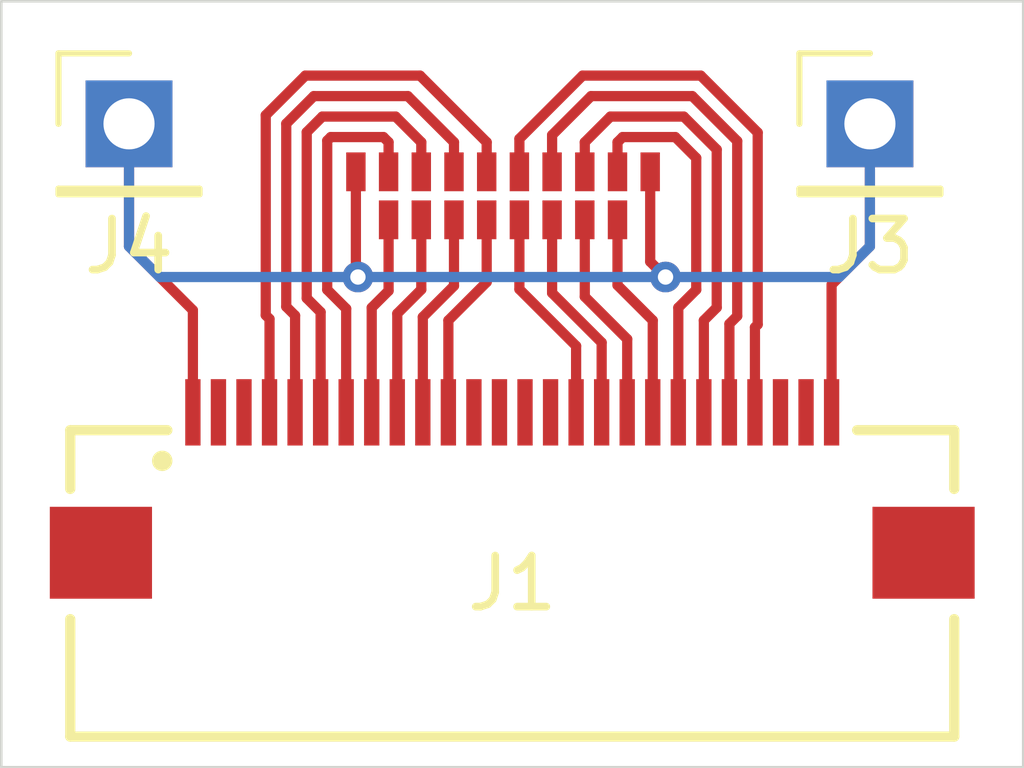
<source format=kicad_pcb>
(kicad_pcb (version 20241229) (generator "pcbnew") (generator_version "9.0")
  (layers (0 "F.Cu" signal) (2 "B.Cu" signal) (13 "F.Paste" user) (15 "B.Paste" user) (5 "F.SilkS" user "F.Silkscreen") (7 "B.SilkS" user "B.Silkscreen") (1 "F.Mask" user) (3 "B.Mask" user) (25 "Edge.Cuts" user))
  (net 0 "")
  (net 1 "Net-(J1-Pad16)")
  (net 2 "Net-(J1-Pad7)")
  (net 3 "Net-(J1-Pad10)")
  (net 4 "Net-(J1-Pad5)")
  (net 5 "Net-(J1-Pad22)")
  (net 6 "Net-(J1-Pad11)")
  (net 7 "Net-(J1-Pad21)")
  (net 8 "Net-(J1-Pad6)")
  (net 9 "Net-(J1-Pad17)")
  (net 10 "Net-(J1-Pad9)")
  (net 11 "Net-(J1-Pad18)")
  (net 12 "Net-(J1-Pad20)")
  (net 13 "GND")
  (net 14 "Net-(J1-Pad8)")
  (net 15 "Net-(J1-Pad4)")
  (net 16 "Net-(J1-Pad19)")
  (net 17 "Net-(J1-Pad23)")
  (footprint "Connector_PinHeader_2.54mm:PinHeader_1x01_P2.54mm_Vertical" (layer "F.Cu") (at 127.5 78.6)
    (property "Reference" "J4" (at 0 2.4 0) (layer "F.SilkS"))
    (property "Value" "Conn_01x01_Pin" (hide yes))
    (fp_line (start -1.38 -1.38) (end 0 -1.38) (stroke (width 0.12)) (layer "F.SilkS"))
    (fp_line (start -1.38 0) (end -1.38 -1.38) (stroke (width 0.12)) (layer "F.SilkS"))
    (fp_line (start -1.38 1.27) (end -1.38 1.38) (stroke (width 0.12)) (layer "F.SilkS"))
    (fp_line (start -1.38 1.27) (end 1.38 1.27) (stroke (width 0.12)) (layer "F.SilkS"))
    (fp_line (start -1.38 1.38) (end 1.38 1.38) (stroke (width 0.12)) (layer "F.SilkS"))
    (fp_line (start 1.38 1.27) (end 1.38 1.38) (stroke (width 0.12)) (layer "F.SilkS"))
    (pad "1" thru_hole rect (at 0 0) (size 1.7 1.7) (drill 1) (layers "*.Cu" "*.Mask") (net 13 "GND"))
  )
  (footprint "Connector_PinHeader_2.54mm:PinHeader_1x01_P2.54mm_Vertical" (layer "F.Cu") (at 142 78.6)
    (property "Reference" "J3" (at 0 2.4 0) (layer "F.SilkS"))
    (property "Value" "Conn_01x01_Pin" (hide yes))
    (fp_line (start -1.38 -1.38) (end 0 -1.38) (stroke (width 0.12)) (layer "F.SilkS"))
    (fp_line (start -1.38 0) (end -1.38 -1.38) (stroke (width 0.12)) (layer "F.SilkS"))
    (fp_line (start -1.38 1.27) (end -1.38 1.38) (stroke (width 0.12)) (layer "F.SilkS"))
    (fp_line (start -1.38 1.27) (end 1.38 1.27) (stroke (width 0.12)) (layer "F.SilkS"))
    (fp_line (start -1.38 1.38) (end 1.38 1.38) (stroke (width 0.12)) (layer "F.SilkS"))
    (fp_line (start 1.38 1.27) (end 1.38 1.38) (stroke (width 0.12)) (layer "F.SilkS"))
    (pad "1" thru_hole rect (at 0 0) (size 1.7 1.7) (drill 1) (layers "*.Cu" "*.Mask") (net 13 "GND"))
  )
  (footprint "18pinOmnetics:CONN18_NPD-18-AA_OMN" (layer "F.Cu") (at 134.5 78.6 180)
    (property "Reference" "J2" (hide yes))
    (property "Value" "A79040-001" (hide yes))
    (pad "0" smd rect (at 0 -0.94 180) (size 0.38 0.76) (layers "F.Cu" "F.Mask" "F.Paste") (net 15 "Net-(J1-Pad4)"))
    (pad "1" smd rect (at 0.64 -0.94 180) (size 0.38 0.76) (layers "F.Cu" "F.Mask" "F.Paste") (net 4 "Net-(J1-Pad5)"))
    (pad "2" smd rect (at 1.28 -0.94 180) (size 0.38 0.76) (layers "F.Cu" "F.Mask" "F.Paste") (net 8 "Net-(J1-Pad6)"))
    (pad "3" smd rect (at 1.92 -0.94 180) (size 0.38 0.76) (layers "F.Cu" "F.Mask" "F.Paste") (net 2 "Net-(J1-Pad7)"))
    (pad "4" smd rect (at 1.92 -1.88 180) (size 0.38 0.76) (layers "F.Cu" "F.Mask" "F.Paste") (net 14 "Net-(J1-Pad8)"))
    (pad "5" smd rect (at 1.28 -1.88 180) (size 0.38 0.76) (layers "F.Cu" "F.Mask" "F.Paste") (net 10 "Net-(J1-Pad9)"))
    (pad "6" smd rect (at 0.64 -1.88 180) (size 0.38 0.76) (layers "F.Cu" "F.Mask" "F.Paste") (net 3 "Net-(J1-Pad10)"))
    (pad "7" smd rect (at 0 -1.88 180) (size 0.38 0.76) (layers "F.Cu" "F.Mask" "F.Paste") (net 6 "Net-(J1-Pad11)"))
    (pad "8" smd rect (at -0.64 -1.88 180) (size 0.38 0.76) (layers "F.Cu" "F.Mask" "F.Paste") (net 1 "Net-(J1-Pad16)"))
    (pad "9" smd rect (at -1.28 -1.88 180) (size 0.38 0.76) (layers "F.Cu" "F.Mask" "F.Paste") (net 9 "Net-(J1-Pad17)"))
    (pad "10" smd rect (at -1.92 -1.88 180) (size 0.38 0.76) (layers "F.Cu" "F.Mask" "F.Paste") (net 11 "Net-(J1-Pad18)"))
    (pad "11" smd rect (at -2.56 -1.88 180) (size 0.38 0.76) (layers "F.Cu" "F.Mask" "F.Paste") (net 16 "Net-(J1-Pad19)"))
    (pad "12" smd rect (at -2.56 -0.94 180) (size 0.38 0.76) (layers "F.Cu" "F.Mask" "F.Paste") (net 12 "Net-(J1-Pad20)"))
    (pad "13" smd rect (at -1.92 -0.94 180) (size 0.38 0.76) (layers "F.Cu" "F.Mask" "F.Paste") (net 7 "Net-(J1-Pad21)"))
    (pad "14" smd rect (at -1.28 -0.94 180) (size 0.38 0.76) (layers "F.Cu" "F.Mask" "F.Paste") (net 5 "Net-(J1-Pad22)"))
    (pad "15" smd rect (at -0.64 -0.94 180) (size 0.38 0.76) (layers "F.Cu" "F.Mask" "F.Paste") (net 17 "Net-(J1-Pad23)"))
    (pad "16" smd rect (at -3.2 -0.94 180) (size 0.38 0.76) (layers "F.Cu" "F.Mask" "F.Paste") (net 13 "GND"))
    (pad "17" smd rect (at 2.56 -0.94 180) (size 0.38 0.76) (layers "F.Cu" "F.Mask" "F.Paste") (net 13 "GND"))
  )
  (footprint "FPC Connector:FPC_Connector_687126149022" (layer "F.Cu") (at 135 87.6)
    (property "Reference" "J1" (at 0 0 0) (layer "F.SilkS"))
    (property "Value" "6871XX149022_FPC Connector" (hide yes))
    (fp_line (start -8.65 -3) (end -8.65 -1.85) (stroke (width 0.2)) (layer "F.SilkS"))
    (fp_line (start -8.65 0.7) (end -8.65 3) (stroke (width 0.2)) (layer "F.SilkS"))
    (fp_line (start -8.65 3) (end 8.65 3) (stroke (width 0.2)) (layer "F.SilkS"))
    (fp_line (start -6.75 -3) (end -8.65 -3) (stroke (width 0.2)) (layer "F.SilkS"))
    (fp_line (start 6.75 -3) (end 8.65 -3) (stroke (width 0.2)) (layer "F.SilkS"))
    (fp_line (start 8.65 -3) (end 8.65 -1.85) (stroke (width 0.2)) (layer "F.SilkS"))
    (fp_line (start 8.65 3) (end 8.65 0.7) (stroke (width 0.2)) (layer "F.SilkS"))
    (fp_circle (center -6.85 -2.4) (end -6.75 -2.4) (stroke (width 0.2)) (fill no) (layer "F.SilkS"))
    (pad "1" smd rect (at -6.25 -3.35) (size 0.3 1.3) (layers "F.Cu" "F.Mask" "F.Paste") (net 13 "GND"))
    (pad "2" smd rect (at -5.75 -3.35) (size 0.3 1.3) (layers "F.Cu" "F.Mask" "F.Paste"))
    (pad "3" smd rect (at -5.25 -3.35) (size 0.3 1.3) (layers "F.Cu" "F.Mask" "F.Paste"))
    (pad "4" smd rect (at -4.75 -3.35) (size 0.3 1.3) (layers "F.Cu" "F.Mask" "F.Paste") (net 15 "Net-(J1-Pad4)"))
    (pad "5" smd rect (at -4.25 -3.35) (size 0.3 1.3) (layers "F.Cu" "F.Mask" "F.Paste") (net 4 "Net-(J1-Pad5)"))
    (pad "6" smd rect (at -3.75 -3.35) (size 0.3 1.3) (layers "F.Cu" "F.Mask" "F.Paste") (net 8 "Net-(J1-Pad6)"))
    (pad "7" smd rect (at -3.25 -3.35) (size 0.3 1.3) (layers "F.Cu" "F.Mask" "F.Paste") (net 2 "Net-(J1-Pad7)"))
    (pad "8" smd rect (at -2.75 -3.35) (size 0.3 1.3) (layers "F.Cu" "F.Mask" "F.Paste") (net 14 "Net-(J1-Pad8)"))
    (pad "9" smd rect (at -2.25 -3.35) (size 0.3 1.3) (layers "F.Cu" "F.Mask" "F.Paste") (net 10 "Net-(J1-Pad9)"))
    (pad "10" smd rect (at -1.75 -3.35) (size 0.3 1.3) (layers "F.Cu" "F.Mask" "F.Paste") (net 3 "Net-(J1-Pad10)"))
    (pad "11" smd rect (at -1.25 -3.35) (size 0.3 1.3) (layers "F.Cu" "F.Mask" "F.Paste") (net 6 "Net-(J1-Pad11)"))
    (pad "12" smd rect (at -0.75 -3.35) (size 0.3 1.3) (layers "F.Cu" "F.Mask" "F.Paste"))
    (pad "13" smd rect (at -0.25 -3.35) (size 0.3 1.3) (layers "F.Cu" "F.Mask" "F.Paste"))
    (pad "14" smd rect (at 0.25 -3.35) (size 0.3 1.3) (layers "F.Cu" "F.Mask" "F.Paste"))
    (pad "15" smd rect (at 0.75 -3.35) (size 0.3 1.3) (layers "F.Cu" "F.Mask" "F.Paste"))
    (pad "16" smd rect (at 1.25 -3.35) (size 0.3 1.3) (layers "F.Cu" "F.Mask" "F.Paste") (net 1 "Net-(J1-Pad16)"))
    (pad "17" smd rect (at 1.75 -3.35) (size 0.3 1.3) (layers "F.Cu" "F.Mask" "F.Paste") (net 9 "Net-(J1-Pad17)"))
    (pad "18" smd rect (at 2.25 -3.35) (size 0.3 1.3) (layers "F.Cu" "F.Mask" "F.Paste") (net 11 "Net-(J1-Pad18)"))
    (pad "19" smd rect (at 2.75 -3.35) (size 0.3 1.3) (layers "F.Cu" "F.Mask" "F.Paste") (net 16 "Net-(J1-Pad19)"))
    (pad "20" smd rect (at 3.25 -3.35) (size 0.3 1.3) (layers "F.Cu" "F.Mask" "F.Paste") (net 12 "Net-(J1-Pad20)"))
    (pad "21" smd rect (at 3.75 -3.35) (size 0.3 1.3) (layers "F.Cu" "F.Mask" "F.Paste") (net 7 "Net-(J1-Pad21)"))
    (pad "22" smd rect (at 4.25 -3.35) (size 0.3 1.3) (layers "F.Cu" "F.Mask" "F.Paste") (net 5 "Net-(J1-Pad22)"))
    (pad "23" smd rect (at 4.75 -3.35) (size 0.3 1.3) (layers "F.Cu" "F.Mask" "F.Paste") (net 17 "Net-(J1-Pad23)"))
    (pad "24" smd rect (at 5.25 -3.35) (size 0.3 1.3) (layers "F.Cu" "F.Mask" "F.Paste"))
    (pad "25" smd rect (at 5.75 -3.35) (size 0.3 1.3) (layers "F.Cu" "F.Mask" "F.Paste"))
    (pad "26" smd rect (at 6.25 -3.35) (size 0.3 1.3) (layers "F.Cu" "F.Mask" "F.Paste") (net 13 "GND"))
    (pad "Z1" smd rect (at -8.05 -0.6) (size 2 1.8) (layers "F.Cu" "F.Mask" "F.Paste"))
    (pad "Z2" smd rect (at 8.05 -0.6) (size 2 1.8) (layers "F.Cu" "F.Mask" "F.Paste"))
  )
  (gr_rect (start 125 76.2) (end 145 91.2) (stroke (width 0.05)) (fill no) (layer "Edge.Cuts"))
  (segment (start 136.25 82.95) (end 136.25 84.25) (width 0.2) (layer "F.Cu") (net 1))
  (segment (start 135.14 81.84) (end 136.25 82.95) (width 0.2) (layer "F.Cu") (net 1))
  (segment (start 135.14 80.48) (end 135.14 81.84) (width 0.2) (layer "F.Cu") (net 1))
  (segment (start 132.58 78.96) (end 132.58 79.54) (width 0.2) (layer "F.Cu") (net 2))
  (segment (start 131.379 81.848943) (end 131.379 78.929) (width 0.2) (layer "F.Cu") (net 2))
  (segment (start 131.75 82.219943) (end 131.379 81.848943) (width 0.2) (layer "F.Cu") (net 2))
  (segment (start 131.75 84.25) (end 131.75 82.219943) (width 0.2) (layer "F.Cu") (net 2))
  (segment (start 131.449 78.859) (end 132.479 78.859) (width 0.2) (layer "F.Cu") (net 2))
  (segment (start 132.479 78.859) (end 132.58 78.96) (width 0.2) (layer "F.Cu") (net 2))
  (segment (start 131.379 78.929) (end 131.449 78.859) (width 0.2) (layer "F.Cu") (net 2))
  (segment (start 133.25 82.3829) (end 133.25 84.25) (width 0.2) (layer "F.Cu") (net 3))
  (segment (start 133.86 80.48) (end 133.86 81.7729) (width 0.2) (layer "F.Cu") (net 3))
  (segment (start 133.86 81.7729) (end 133.25 82.3829) (width 0.2) (layer "F.Cu") (net 3))
  (segment (start 131.1168 78.057) (end 132.957 78.057) (width 0.2) (layer "F.Cu") (net 4))
  (segment (start 133.86 78.96) (end 133.86 79.54) (width 0.2) (layer "F.Cu") (net 4))
  (segment (start 130.75 84.25) (end 130.75 82.354143) (width 0.2) (layer "F.Cu") (net 4))
  (segment (start 130.75 82.354143) (end 130.577 82.181143) (width 0.2) (layer "F.Cu") (net 4))
  (segment (start 130.577 82.181143) (end 130.577 78.5968) (width 0.2) (layer "F.Cu") (net 4))
  (segment (start 132.957 78.057) (end 133.86 78.96) (width 0.2) (layer "F.Cu") (net 4))
  (segment (start 130.577 78.5968) (end 131.1168 78.057) (width 0.2) (layer "F.Cu") (net 4))
  (segment (start 139.25 84.25) (end 139.25 82.5171) (width 0.2) (layer "F.Cu") (net 5))
  (segment (start 139.403 78.9368) (end 138.5232 78.057) (width 0.2) (layer "F.Cu") (net 5))
  (segment (start 136.543 78.057) (end 135.78 78.82) (width 0.2) (layer "F.Cu") (net 5))
  (segment (start 139.403 82.3641) (end 139.403 78.9368) (width 0.2) (layer "F.Cu") (net 5))
  (segment (start 135.78 78.82) (end 135.78 79.54) (width 0.2) (layer "F.Cu") (net 5))
  (segment (start 139.25 82.5171) (end 139.403 82.3641) (width 0.2) (layer "F.Cu") (net 5))
  (segment (start 138.5232 78.057) (end 136.543 78.057) (width 0.2) (layer "F.Cu") (net 5))
  (segment (start 134.5 80.48) (end 134.5 81.7) (width 0.2) (layer "F.Cu") (net 6))
  (segment (start 133.75 82.45) (end 133.75 84.25) (width 0.2) (layer "F.Cu") (net 6))
  (segment (start 134.5 81.7) (end 133.75 82.45) (width 0.2) (layer "F.Cu") (net 6))
  (segment (start 138.75 82.45) (end 139.002 82.198) (width 0.2) (layer "F.Cu") (net 7))
  (segment (start 139.002 82.198) (end 139.002 79.1029) (width 0.2) (layer "F.Cu") (net 7))
  (segment (start 138.3571 78.458) (end 136.922 78.458) (width 0.2) (layer "F.Cu") (net 7))
  (segment (start 138.75 84.25) (end 138.75 82.45) (width 0.2) (layer "F.Cu") (net 7))
  (segment (start 139.002 79.1029) (end 138.3571 78.458) (width 0.2) (layer "F.Cu") (net 7))
  (segment (start 136.42 78.96) (end 136.42 79.54) (width 0.2) (layer "F.Cu") (net 7))
  (segment (start 136.922 78.458) (end 136.42 78.96) (width 0.2) (layer "F.Cu") (net 7))
  (segment (start 131.25 84.25) (end 131.25 82.287043) (width 0.2) (layer "F.Cu") (net 8))
  (segment (start 130.978 78.7629) (end 131.2829 78.458) (width 0.2) (layer "F.Cu") (net 8))
  (segment (start 133.22 78.96) (end 133.22 79.54) (width 0.2) (layer "F.Cu") (net 8))
  (segment (start 131.2829 78.458) (end 132.718 78.458) (width 0.2) (layer "F.Cu") (net 8))
  (segment (start 130.978 82.015043) (end 130.978 78.7629) (width 0.2) (layer "F.Cu") (net 8))
  (segment (start 132.718 78.458) (end 133.22 78.96) (width 0.2) (layer "F.Cu") (net 8))
  (segment (start 131.25 82.287043) (end 130.978 82.015043) (width 0.2) (layer "F.Cu") (net 8))
  (segment (start 135.78 80.48) (end 135.78 81.9129) (width 0.2) (layer "F.Cu") (net 9))
  (segment (start 135.78 81.9129) (end 136.75 82.8829) (width 0.2) (layer "F.Cu") (net 9))
  (segment (start 136.75 82.8829) (end 136.75 84.25) (width 0.2) (layer "F.Cu") (net 9))
  (segment (start 133.22 80.48) (end 133.22 81.8458) (width 0.2) (layer "F.Cu") (net 10))
  (segment (start 132.75 82.3158) (end 132.75 84.25) (width 0.2) (layer "F.Cu") (net 10))
  (segment (start 133.22 81.8458) (end 132.75 82.3158) (width 0.2) (layer "F.Cu") (net 10))
  (segment (start 136.42 80.48) (end 136.42 81.9858) (width 0.2) (layer "F.Cu") (net 11))
  (segment (start 136.42 81.9858) (end 137.25 82.8158) (width 0.2) (layer "F.Cu") (net 11))
  (segment (start 137.25 82.8158) (end 137.25 84.25) (width 0.2) (layer "F.Cu") (net 11))
  (segment (start 138.25 84.25) (end 138.25 82.199943) (width 0.2) (layer "F.Cu") (net 12))
  (segment (start 137.06 78.96) (end 137.06 79.54) (width 0.2) (layer "F.Cu") (net 12))
  (segment (start 138.601 79.269) (end 138.191 78.859) (width 0.2) (layer "F.Cu") (net 12))
  (segment (start 137.161 78.859) (end 137.06 78.96) (width 0.2) (layer "F.Cu") (net 12))
  (segment (start 138.25 82.199943) (end 138.601 81.848943) (width 0.2) (layer "F.Cu") (net 12))
  (segment (start 138.191 78.859) (end 137.161 78.859) (width 0.2) (layer "F.Cu") (net 12))
  (segment (start 138.601 81.848943) (end 138.601 79.269) (width 0.2) (layer "F.Cu") (net 12))
  (segment (start 131.94 81.56) (end 131.98 81.6) (width 0.2) (layer "F.Cu") (net 13))
  (segment (start 137.7 81.3) (end 138 81.6) (width 0.2) (layer "F.Cu") (net 13))
  (segment (start 127.5 81) (end 127.5 78.6) (width 0.2) (layer "F.Cu") (net 13))
  (segment (start 142 81) (end 142 78.6) (width 0.2) (layer "F.Cu") (net 13))
  (segment (start 141.25 84.25) (end 141.25 81.75) (width 0.2) (layer "F.Cu") (net 13))
  (segment (start 128.75 82.25) (end 127.5 81) (width 0.2) (layer "F.Cu") (net 13))
  (segment (start 131.94 79.54) (end 131.94 81.56) (width 0.2) (layer "F.Cu") (net 13))
  (segment (start 137.7 79.54) (end 137.7 81.3) (width 0.2) (layer "F.Cu") (net 13))
  (segment (start 141.25 81.75) (end 142 81) (width 0.2) (layer "F.Cu") (net 13))
  (segment (start 128.75 84.25) (end 128.75 82.25) (width 0.2) (layer "F.Cu") (net 13))
  (via (at 138 81.6) (size 0.6) (drill 0.3) (layers "F.Cu" "B.Cu") (net 13))
  (via (at 131.98 81.6) (size 0.6) (drill 0.3) (layers "F.Cu" "B.Cu") (net 13))
  (segment (start 128.1 81.6) (end 127.5 81) (width 0.2) (layer "B.Cu") (net 13))
  (segment (start 142 81) (end 142 78.6) (width 0.2) (layer "B.Cu") (net 13))
  (segment (start 138 81.6) (end 131.98 81.6) (width 0.2) (layer "B.Cu") (net 13))
  (segment (start 138 81.6) (end 141.4 81.6) (width 0.2) (layer "B.Cu") (net 13))
  (segment (start 141.4 81.6) (end 142 81) (width 0.2) (layer "B.Cu") (net 13))
  (segment (start 127.5 81) (end 127.5 78.6) (width 0.2) (layer "B.Cu") (net 13))
  (segment (start 131.98 81.6) (end 128.1 81.6) (width 0.2) (layer "B.Cu") (net 13))
  (segment (start 132.58 80.48) (end 132.58 81.87) (width 0.2) (layer "F.Cu") (net 14))
  (segment (start 132.58 81.87) (end 132.25 82.2) (width 0.2) (layer "F.Cu") (net 14))
  (segment (start 132.25 82.2) (end 132.25 84.25) (width 0.2) (layer "F.Cu") (net 14))
  (segment (start 130.9507 77.656) (end 133.196 77.656) (width 0.2) (layer "F.Cu") (net 15))
  (segment (start 130.176 82.347243) (end 130.176 78.4307) (width 0.2) (layer "F.Cu") (net 15))
  (segment (start 134.5 78.96) (end 134.5 79.54) (width 0.2) (layer "F.Cu") (net 15))
  (segment (start 130.176 78.4307) (end 130.9507 77.656) (width 0.2) (layer "F.Cu") (net 15))
  (segment (start 130.25 84.25) (end 130.25 82.421243) (width 0.2) (layer "F.Cu") (net 15))
  (segment (start 133.196 77.656) (end 134.5 78.96) (width 0.2) (layer "F.Cu") (net 15))
  (segment (start 130.25 82.421243) (end 130.176 82.347243) (width 0.2) (layer "F.Cu") (net 15))
  (segment (start 137.75 82.45) (end 137.75 84.25) (width 0.2) (layer "F.Cu") (net 16))
  (segment (start 137.06 80.48) (end 137.06 81.76) (width 0.2) (layer "F.Cu") (net 16))
  (segment (start 137.06 81.76) (end 137.75 82.45) (width 0.2) (layer "F.Cu") (net 16))
  (segment (start 139.804 82.5302) (end 139.804 78.7707) (width 0.2) (layer "F.Cu") (net 17))
  (segment (start 139.75 84.25) (end 139.75 82.5842) (width 0.2) (layer "F.Cu") (net 17))
  (segment (start 136.3769 77.656) (end 135.14 78.8929) (width 0.2) (layer "F.Cu") (net 17))
  (segment (start 138.6893 77.656) (end 136.3769 77.656) (width 0.2) (layer "F.Cu") (net 17))
  (segment (start 135.14 78.8929) (end 135.14 79.54) (width 0.2) (layer "F.Cu") (net 17))
  (segment (start 139.75 82.5842) (end 139.804 82.5302) (width 0.2) (layer "F.Cu") (net 17))
  (segment (start 139.804 78.7707) (end 138.6893 77.656) (width 0.2) (layer "F.Cu") (net 17))
)
</source>
